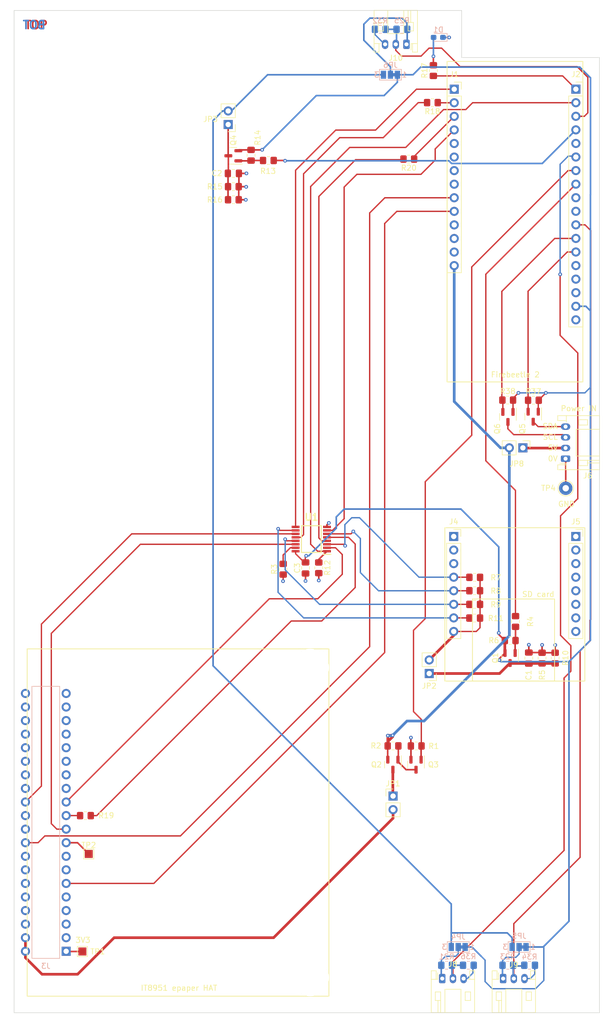
<source format=kicad_pcb>
(kicad_pcb (version 20221018) (generator pcbnew)
  (layers (0 "F.Cu" signal "Layer1_Sig.Cu") (1 "In1.Cu" signal "Layer2_GND.Cu") (2 "In2.Cu" signal "Layer3_GND_PWR.Cu") (31 "B.Cu" signal "Layer4_Sig.Cu") (34 "B.Paste" user) (35 "F.Paste" user) (36 "B.SilkS" user "B.Silkscreen") (37 "F.SilkS" user "F.Silkscreen") (38 "B.Mask" user) (39 "F.Mask" user) (44 "Edge.Cuts" user))
  (net 0 "")
  (net 1 "Net-(J1-Pin_2)")
  (net 2 "+5V")
  (net 3 "/SDA")
  (net 4 "/SCL")
  (net 6 "GND")
  (net 8 "+3.3V")
  (net 9 "/P4_free")
  (net 10 "/P_TX_free")
  (net 11 "/P_RX_free")
  (net 12 "/P18_free")
  (net 13 "/P27_free")
  (net 14 "/P22_free")
  (net 15 "/P23_free")
  (net 16 "/P25_free")
  (net 17 "/P_CS1_free")
  (net 18 "/ID_SD")
  (net 19 "/ID_SC_free")
  (net 20 "/P5_free")
  (net 21 "/P6_free")
  (net 22 "/P12_free")
  (net 23 "/P13_free")
  (net 24 "/P19_free")
  (net 25 "/P16_free")
  (net 26 "/P26_free")
  (net 27 "/P20_free")
  (net 28 "/P21_free")
  (net 32 "/SPI_CS")
  (net 33 "/DVP_Y5")
  (net 41 "/DVP_PCLK")
  (net 42 "/VSYNC")
  (net 43 "/ESP_RST#")
  (net 44 "Net-(J3-Pin_1)")
  (net 45 "+5VD")
  (net 46 "+3.3VA")
  (net 47 "Net-(JP3-A)")
  (net 48 "+3.3VP")
  (net 49 "Net-(JP1-A)")
  (net 50 "Net-(JP2-A)")
  (net 51 "Net-(Q1-G)")
  (net 52 "Net-(Q2-G)")
  (net 53 "/DVP_Y7")
  (net 54 "/DISP_HRDY")
  (net 55 "Net-(Q4-G)")
  (net 56 "Net-(J8-Pin_1)")
  (net 57 "Net-(J9-Pin_1)")
  (net 58 "Net-(J10-Pin_1)")
  (net 59 "Net-(D1-A)")
  (net 60 "/DISP_RST")
  (net 61 "/D-")
  (net 62 "/D+")
  (net 63 "Net-(J6-Pin_2)")
  (net 64 "/DVP_Y6")
  (net 65 "Net-(J3-Pin_21)")
  (net 66 "/CAM_SDA")
  (net 67 "Net-(J3-Pin_17)")
  (net 68 "/CAM_SCL")
  (net 69 "/DISP_MOSI")
  (net 70 "/DISP_SCK")
  (net 71 "/SD_D5_SCK")
  (net 72 "/SD_D6_MISO")
  (net 73 "/SD_D7_MOSI")
  (net 74 "/SD_D8_CS")
  (net 75 "/SPI_SCK")
  (net 76 "/DISP_MISO")
  (net 77 "/SPI_MOSI")
  (net 78 "/DISP_CS")
  (net 79 "/BATT_SCL")
  (net 80 "/BATT_SDA")
  (net 81 "/DISP_SDA")
  (net 82 "/DISP_SCL")
  (net 83 "/SPI_MISO")
  (net 85 "Net-(U1-~{EN})")
  (net 86 "/SW_DISP_SD")
  (net 87 "/LED")
  (net 88 "Net-(J1-Pin_3)")
  (net 89 "/HALL_TOP")
  (net 90 "/EN_PWR_HALL")
  (net 91 "/EN_PWR_DISP")
  (net 92 "/EN_PWR_SD")
  (net 93 "/HALL_LEFT")
  (net 94 "/HALL_RIGHT")
  (footprint "Capacitor_SMD:C_0805_2012Metric_Pad1.18x1.45mm_HandSolder" (layer "F.Cu") (at 187.45 80.29)
    (fp_text reference "C2")
    (fp_text value "1u")
  )
  (footprint "Resistor_SMD:R_0805_2012Metric_Pad1.20x1.40mm_HandSolder" (layer "F.Cu") (at 187.45 85.22)
    (fp_text reference "R16")
    (fp_text value "DNP")
  )
  (footprint "Package_TO_SOT_SMD:SOT-23" (layer "F.Cu") (at 217.32 190.9575 -90)
    (fp_text reference "Q2")
    (fp_text value "BSH205G2AR")
  )
  (footprint "Resistor_SMD:R_0805_2012Metric_Pad1.20x1.40mm_HandSolder" (layer "F.Cu") (at 232.64 163.52)
    (fp_text reference "R11")
    (fp_text value "10k")
  )
  (footprint "Resistor_SMD:R_0805_2012Metric_Pad1.20x1.40mm_HandSolder" (layer "F.Cu") (at 190.7625 76.89 -90)
    (fp_text reference "R14")
    (fp_text value "10k")
  )
  (footprint "Resistor_SMD:R_0805_2012Metric_Pad1.20x1.40mm_HandSolder" (layer "F.Cu") (at 203.44 154.11 90)
    (fp_text reference "R12")
    (fp_text value "100k")
  )
  (footprint "Connector_PinHeader_2.54mm:PinHeader_1x02_P2.54mm_Vertical" (layer "F.Cu") (at 224.12 173.9 180)
    (fp_text reference "JP2")
    (fp_text value "Jumper_2_Open")
  )
  (footprint "Connector_JST:JST_PH_S3B-PH-K_1x03_P2.00mm_Horizontal" (layer "F.Cu") (at 219.86 56.13 180)
    (fp_text reference "J10")
    (fp_text value "JST-PH RM2")
  )
  (footprint "Capacitor_SMD:C_0805_2012Metric_Pad1.18x1.45mm_HandSolder" (layer "F.Cu") (at 242.77 171.01 90)
    (fp_text reference "C1")
    (fp_text value "4u7")
  )
  (footprint "Package_TO_SOT_SMD:SOT-23" (layer "F.Cu") (at 187.45 76.99 180)
    (fp_text reference "Q4")
    (fp_text value "BSH205G2AR")
  )
  (footprint "MountingHole:MountingHole_2.7mm_M2.5_DIN965" (layer "F.Cu") (at 201.84 230.79)
    (fp_text reference "H2" hide)
    (fp_text value "MountingHole")
  )
  (footprint "MountingHole:MountingHole_2.7mm_M2.5_DIN965" (layer "F.Cu") (at 201.84 172.79)
    (fp_text reference "H4" hide)
    (fp_text value "MountingHole")
  )
  (footprint "Resistor_SMD:R_0805_2012Metric_Pad1.20x1.40mm_HandSolder" (layer "F.Cu") (at 217.34 187.45)
    (fp_text reference "R2")
    (fp_text value "10k")
  )
  (footprint "Resistor_SMD:R_0805_2012Metric_Pad1.20x1.40mm_HandSolder" (layer "F.Cu") (at 224.72 67.04 180)
    (fp_text reference "R18")
    (fp_text value "0R")
  )
  (footprint "TestPoint:TestPoint_Pad_1.5x1.5mm" (layer "F.Cu") (at 160.37 207.67)
    (fp_text reference "TP2")
    (fp_text value "TestPoint")
  )
  (footprint "Resistor_SMD:R_0805_2012Metric_Pad1.20x1.40mm_HandSolder" (layer "F.Cu") (at 221.68 187.46 180)
    (fp_text reference "R1")
    (fp_text value "10k")
  )
  (footprint "footprints:SOP65P640X120-16N" (layer "F.Cu") (at 202.038 148.735 180)
    (fp_text reference "U1")
    (fp_text value "TS3A5018PW" hide)
  )
  (footprint "Connector_PinHeader_2.54mm:PinHeader_1x02_P2.54mm_Vertical" (layer "F.Cu") (at 186.4775 71.14 180)
    (fp_text reference "JP3")
    (fp_text value "Jumper_2_Open")
  )
  (footprint "Connector_PinSocket_2.54mm:PinSocket_1x08_P2.54mm_Vertical" (layer "F.Cu") (at 228.71 148.25)
    (fp_text reference "J4")
    (fp_text value "Conn_01x08_Socket")
  )
  (footprint "Connector_PinSocket_2.54mm:PinSocket_1x14_P2.54mm_Vertical" (layer "F.Cu") (at 228.8 64.53)
    (fp_text reference "J1")
    (fp_text value "Conn_01x14_Socket")
  )
  (footprint "Connector_JST:JST_PH_S4B-PH-K_1x04_P2.00mm_Horizontal" (layer "F.Cu") (at 249.65 133.69 90)
    (fp_text reference "J6")
    (fp_text value "JST-PH RM2")
  )
  (footprint "Resistor_SMD:R_0805_2012Metric_Pad1.20x1.40mm_HandSolder" (layer "F.Cu") (at 196.77 154.38 90)
    (fp_text reference "R3")
    (fp_text value "0R")
  )
  (footprint "Package_TO_SOT_SMD:SOT-23" (layer "F.Cu") (at 238.86 125.8725 -90)
    (fp_text reference "Q6")
    (fp_text value "BSS138")
  )
  (footprint "Connector_JST:JST_PH_S3B-PH-K_1x03_P2.00mm_Horizontal" (layer "F.Cu") (at 237.96 231)
    (fp_text reference "J9")
    (fp_text value "JST-PH RM2")
  )
  (footprint "Resistor_SMD:R_0805_2012Metric_Pad1.20x1.40mm_HandSolder" (layer "F.Cu") (at 239.28 167.73)
    (fp_text reference "R6")
    (fp_text value "10k")
  )
  (footprint "Resistor_SMD:R_0805_2012Metric_Pad1.20x1.40mm_HandSolder" (layer "F.Cu") (at 194.0025 77.87 180)
    (fp_text reference "R13")
    (fp_text value "10R")
  )
  (footprint "Resistor_SMD:R_0805_2012Metric_Pad1.20x1.40mm_HandSolder" (layer "F.Cu") (at 224.9 61.04 90)
    (fp_text reference "R17")
    (fp_text value "10k")
  )
  (footprint "Resistor_SMD:R_0805_2012Metric_Pad1.20x1.40mm_HandSolder" (layer "F.Cu") (at 232.64 160.96)
    (fp_text reference "R9")
    (fp_text value "10k")
  )
  (footprint "Capacitor_SMD:C_0805_2012Metric_Pad1.18x1.45mm_HandSolder" (layer "F.Cu") (at 200.96 154.14 -90)
    (fp_text reference "C3")
    (fp_text value "100n")
  )
  (footprint "Package_TO_SOT_SMD:SOT-23" (layer "F.Cu") (at 221.65 190.9625 -90)
    (fp_text reference "Q3")
    (fp_text value "SI2366DS-T1-BE3")
  )
  (footprint "Package_TO_SOT_SMD:SOT-23" (layer "F.Cu") (at 239.26 170.9975 -90)
    (fp_text reference "Q1")
    (fp_text value "BSH205G2AR")
  )
  (footprint "Resistor_SMD:R_0805_2012Metric_Pad1.20x1.40mm_HandSolder" (layer "F.Cu") (at 232.64 158.4)
    (fp_text reference "R8")
    (fp_text value "10k")
  )
  (footprint "TestPoint:TestPoint_Pad_1.5x1.5mm" (layer "F.Cu") (at 159.18 225.93)
    (fp_text reference "TP1")
    (fp_text value "TestPoint")
  )
  (footprint "Connector_PinHeader_2.54mm:PinHeader_1x02_P2.54mm_Vertical" (layer "F.Cu") (at 241.66 131.66 -90)
    (fp_text reference "JP8")
    (fp_text value "Jumper_2_Open")
  )
  (footprint "Resistor_SMD:R_0805_2012Metric_Pad1.20x1.40mm_HandSolder" (layer "F.Cu") (at 220.3 77.61 180)
    (fp_text reference "R20")
    (fp_text value "0R")
  )
  (footprint "Resistor_SMD:R_0805_2012Metric_Pad1.20x1.40mm_HandSolder" (layer "F.Cu") (at 232.64 155.9)
    (fp_text reference "R7")
    (fp_text value "10k")
  )
  (footprint "Connector_PinSocket_2.54mm:PinSocket_1x18_P2.54mm_Vertical" (layer "F.Cu") (at 251.58 64.52)
    (fp_text reference "J2")
    (fp_text value "Conn_01x18_Socket")
  )
  (footprint "Package_TO_SOT_SMD:SOT-23" (layer "F.Cu") (at 243.59 125.8275 -90)
    (fp_text reference "Q5")
    (fp_text value "BSS138")
  )
  (footprint "Connector_JST:JST_PH_S3B-PH-K_1x03_P2.00mm_Horizontal" (layer "F.Cu") (at 226.56 231)
    (fp_text reference "J8")
    (fp_text value "JST-PH RM2")
  )
  (footprint "Resistor_SMD:R_0805_2012Metric_Pad1.20x1.40mm_HandSolder" (layer "F.Cu") (at 247.7 171.01 90)
    (fp_text reference "R10")
    (fp_text value "1k")
  )
  (footprint "Resistor_SMD:R_0805_2012Metric_Pad1.20x1.40mm_HandSolder" (layer "F.Cu") (at 240.28 164.16 -90)
    (fp_text reference "R4")
    (fp_text value "10R")
  )
  (footprint "Resistor_SMD:R_0805_2012Metric_Pad1.20x1.40mm_HandSolder" (layer "F.Cu") (at 187.45 82.77)
    (fp_text reference "R15")
    (fp_text value "1k")
  )
  (footprint "Connector_PinHeader_2.54mm:PinHeader_1x02_P2.54mm_Vertical" (layer "F.Cu") (at 217.35 196.84)
    (fp_text reference "JP1")
    (fp_text value "Jumper_2_Open")
  )
  (footprint "Resistor_SMD:R_0805_2012Metric_Pad1.20x1.40mm_HandSolder" (layer "F.Cu") (at 243.63 122.75)
    (fp_text reference "R37")
    (fp_text value "10k")
  )
  (footprint "TestPoint:TestPoint_THTPad_D2.5mm_Drill1.2mm" (layer "F.Cu") (at 249.68 139.22)
    (fp_text reference "TP4")
    (fp_text value "TestPoint")
  )
  (footprint "Resistor_SMD:R_0805_2012Metric_Pad1.20x1.40mm_HandSolder" (layer "F.Cu") (at 245.25 171.01 90)
    (fp_text reference "R5")
    (fp_text value "DNP")
  )
  (footprint "Resistor_SMD:R_0805_2012Metric_Pad1.20x1.40mm_HandSolder" (layer "F.Cu") (at 238.82 122.72)
    (fp_text reference "R38")
    (fp_text value "10k")
  )
  (footprint "Connector_PinSocket_2.54mm:PinSocket_1x08_P2.54mm_Vertical" (layer "F.Cu") (at 251.57 148.25)
    (fp_text reference "J5")
    (fp_text value "Conn_01x08_Socket")
  )
  (footprint "Resistor_SMD:R_0805_2012Metric_Pad1.20x1.40mm_HandSolder" (layer "F.Cu") (at 159.75 200.5 180)
    (fp_text reference "R19")
    (fp_text value "0R")
  )
  (footprint "Resistor_SMD:R_0805_2012Metric_Pad1.20x1.40mm_HandSolder" (layer "B.Cu") (at 242.92 228.51 180)
    (fp_text reference "R34")
    (fp_text value "DNP")
  )
  (footprint "Resistor_SMD:R_0805_2012Metric_Pad1.20x1.40mm_HandSolder" (layer "B.Cu") (at 227.38 228.51)
    (fp_text reference "R21")
    (fp_text value "DNP")
  )
  (footprint "footprints:bkl_10122235" (layer "B.Cu") (at 153.6 225.89)
    (fp_text reference "J3")
    (fp_text value "Conn_02x20_Odd_Even")
  )
  (footprint "Jumper:SolderJumper-3_P1.3mm_Bridged12_Pad1.0x1.5mm_NumberLabels" (layer "B.Cu") (at 240.95 225.09 180)
    (fp_text reference "JP5")
    (fp_text value "SolderJumper_3_Bridged12")
  )
  (footprint "Jumper:SolderJumper-3_P1.3mm_Bridged12_Pad1.0x1.5mm_NumberLabels" (layer "B.Cu") (at 216.86 61.82 180)
    (fp_text reference "JP6")
    (fp_text value "SolderJumper_3_Bridged12")
  )
  (footprint "Resistor_SMD:R_0805_2012Metric_Pad1.20x1.40mm_HandSolder" (layer "B.Cu") (at 219 53.32 180)
    (fp_text reference "R25")
    (fp_text value "DNP")
  )
  (footprint "Jumper:SolderJumper-3_P1.3mm_Bridged12_Pad1.0x1.5mm_NumberLabels" (layer "B.Cu") (at 229.55 225.09 180)
    (fp_text reference "JP4")
    (fp_text value "SolderJumper_3_Bridged12")
  )
  (footprint "LED_SMD:LED_0603_1608Metric_Pad1.05x0.95mm_HandSolder" (layer "B.Cu") (at 225.8125 54.83 180)
    (fp_text reference "D1")
    (fp_text value "LED")
  )
  (footprint "Resistor_SMD:R_0805_2012Metric_Pad1.20x1.40mm_HandSolder" (layer "B.Cu") (at 231.45 228.51 180)
    (fp_text reference "R36")
    (fp_text value "DNP")
  )
  (footprint "Resistor_SMD:R_0805_2012Metric_Pad1.20x1.40mm_HandSolder" (layer "B.Cu") (at 238.84 228.51)
    (fp_text reference "R23")
    (fp_text value "DNP")
  )
  (footprint "Resistor_SMD:R_0805_2012Metric_Pad1.20x1.40mm_HandSolder" (layer "B.Cu") (at 214.96 53.32)
    (fp_text reference "R32")
    (fp_text value "DNP")
  )
  (gr_rect (start 148.84 169.29) (end 205.34 234.3) (stroke (width 0.15)) (fill none) (layer "F.SilkS"))
  (gr_rect (start 227.05 146.61) (end 253.26 175.32) (stroke (width 0.15)) (fill none) (layer "F.SilkS"))
  (gr_rect (start 227.46 59.33) (end 252.89 119.32) (stroke (width 0.15)) (fill none) (layer "F.SilkS"))
  (gr_rect (start 232.22 159.95) (end 247.59 175.32) (stroke (width 0.15)) (fill none) (layer "F.SilkS"))
  (gr_line (start 146.39 237.39) (end 255.99 237.39) (stroke (width 0.1)) (layer "Edge.Cuts"))
  (gr_line (start 146.39 49.79) (end 230.19 49.79) (stroke (width 0.1)) (layer "Edge.Cuts"))
  (gr_line (start 255.99 237.39) (end 255.99 58.6) (stroke (width 0.1)) (layer "Edge.Cuts"))
  (gr_line (start 230.19 49.79) (end 230.19 58.6) (stroke (width 0.1)) (layer "Edge.Cuts"))
  (gr_line (start 146.39 237.39) (end 146.39 49.79) (stroke (width 0.1)) (layer "Edge.Cuts"))
  (gr_line (start 230.19 58.6) (end 255.99 58.6) (stroke (width 0.1)) (layer "Edge.Cuts"))
  (gr_text "TOP" (at 148.25 53.38) (layer "F.Cu") (effects (font (size 1.5 1.5) (thickness 0.3) bold) (justify left bottom)))
  (gr_text "BOT" (at 152.46 53.38) (layer "B.Cu") (effects (font (size 1.5 1.5) (thickness 0.3) bold) (justify left bottom mirror)))
  (gr_text "5V" (at 246.262857 132.246666) (layer "F.SilkS") (effects (font (size 1 1)) (justify left bottom)))
  (gr_text "IT8951 epaper HAT" (at 170.03 233.35) (layer "F.SilkS") (effects (font (size 1 1)) (justify left bottom)))
  (gr_text "3V3" (at 157.81 224.38) (layer "F.SilkS") (effects (font (size 1 1)) (justify left bottom)))
  (gr_text "Power IN" (at 248.67 124.87) (layer "F.SilkS") (effects (font (size 1 1)) (justify left bottom)))
  (gr_text "0V" (at 246.262857 134.27) (layer "F.SilkS") (effects (font (size 1 1)) (justify left bottom)))
  (gr_text "SDA" (at 245.262857 128.2) (layer "F.SilkS") (effects (font (size 1 1)) (justify left bottom)))
  (gr_text "SD card" (at 241.44 159.65) (layer "F.SilkS") (effects (font (size 1 1)) (justify left bottom)))
  (gr_text "GND" (at 248.18 142.76) (layer "F.SilkS") (effects (font (size 1 1)) (justify left bottom)))
  (gr_text "SCL" (at 245.310476 130.223333) (layer "F.SilkS") (effects (font (size 1 1)) (justify left bottom)))
  (gr_text "Firebeetle 2" (at 235.59238 118.54) (layer "F.SilkS") (effects (font (size 1 1)) (justify left bottom)))
  (segment (start 228.8 67.07) (end 225.75 67.07) (width 0.25) (layer "F.Cu") (net 1))
  (segment (start 225.75 67.07) (end 225.72 67.04) (width 0.25) (layer "F.Cu") (net 1))
  (segment (start 216.34 189.99) (end 216.37 190.02) (width 0.3) (layer "F.Cu") (net 2))
  (segment (start 216.37 186.64) (end 216.37 187.42) (width 0.5) (layer "F.Cu") (net 2))
  (segment (start 217.27 185.48) (end 217.27 185.74) (width 0.5) (layer "F.Cu") (net 2))
  (segment (start 217.27 185.74) (end 216.37 186.64) (width 0.5) (layer "F.Cu") (net 2))
  (segment (start 216.37 185.53) (end 216.37 186.64) (width 0.5) (layer "F.Cu") (net 2))
  (segment (start 217.27 185.48) (end 216.42 185.48) (width 0.5) (layer "F.Cu") (net 2))
  (segment (start 216.34 187.45) (end 216.34 189.99) (width 0.3) (layer "F.Cu") (net 2))
  (segment (start 216.42 185.48) (end 216.37 185.53) (width 0.5) (layer "F.Cu") (net 2))
  (via (at 216.37 185.53) (size 0.7) (drill 0.3) (layers "F.Cu" "B.Cu") (net 2))
  (via (at 217.27 185.48) (size 0.7) (drill 0.3) (layers "F.Cu" "B.Cu") (net 2))
  (segment (start 239.12 131.66) (end 239.12 166.84) (width 0.5) (layer "B.Cu") (net 2))
  (segment (start 239.12 166.84) (end 223.17 182.79) (width 0.5) (layer "B.Cu") (net 2))
  (segment (start 217.58 185.17) (end 217.27 185.48) (width 0.5) (layer "B.Cu") (net 2))
  (segment (start 219.96 182.79) (end 217.58 185.17) (width 0.5) (layer "B.Cu") (net 2))
  (segment (start 217.58 185.17) (end 217.22 185.53) (width 0.5) (layer "B.Cu") (net 2))
  (segment (start 223.17 182.79) (end 219.96 182.79) (width 0.5) (layer "B.Cu") (net 2))
  (segment (start 217.22 185.53) (end 216.37 185.53) (width 0.5) (layer "B.Cu") (net 2))
  (segment (start 237.47 131.66) (end 228.8 122.99) (width 0.5) (layer "B.Cu") (net 2))
  (segment (start 239.12 131.66) (end 237.47 131.66) (width 0.5) (layer "B.Cu") (net 2))
  (segment (start 228.8 122.99) (end 228.8 97.55) (width 0.5) (layer "B.Cu") (net 2))
  (segment (start 244.515 127.69) (end 249.65 127.69) (width 0.25) (layer "F.Cu") (net 3))
  (segment (start 243.59 126.765) (end 244.515 127.69) (width 0.25) (layer "F.Cu") (net 3))
  (segment (start 249.15 129.19) (end 239.94 129.19) (width 0.25) (layer "F.Cu") (net 4))
  (segment (start 249.65 129.69) (end 249.15 129.19) (width 0.25) (layer "F.Cu") (net 4))
  (segment (start 239.94 129.19) (end 238.85 128.1) (width 0.25) (layer "F.Cu") (net 4))
  (segment (start 238.85 128.1) (end 238.85 126.82) (width 0.25) (layer "F.Cu") (net 4))
  (segment (start 238.85 126.82) (end 238.86 126.81) (width 0.25) (layer "F.Cu") (net 4))
  (segment (start 188.45 82.77) (end 189.8125 82.77) (width 0.3) (layer "F.Cu") (net 6))
  (segment (start 203.44 155.11) (end 203.44 156.48) (width 0.3) (layer "F.Cu") (net 6))
  (segment (start 245.2125 169.9725) (end 245.25 170.01) (width 0.3) (layer "F.Cu") (net 6))
  (segment (start 242.77 169.9725) (end 242.77 168.52) (width 0.3) (layer "F.Cu") (net 6))
  (segment (start 196.77 156.59) (end 196.75 156.61) (width 0.25) (layer "F.Cu") (net 6))
  (segment (start 188.4875 80.29) (end 188.4875 82.7325) (width 0.3) (layer "F.Cu") (net 6))
  (segment (start 189.7625 85.22) (end 189.7725 85.23) (width 0.3) (layer "F.Cu") (net 6))
  (segment (start 247.7 170.01) (end 245.25 170.01) (width 0.3) (layer "F.Cu") (net 6))
  (segment (start 188.4875 82.7325) (end 188.45 82.77) (width 0.3) (layer "F.Cu") (net 6))
  (segment (start 204.976 146.064) (end 205.32 145.72) (width 0.3) (layer "F.Cu") (net 6))
  (segment (start 220.68 185.91) (end 220.69 185.9) (width 0.3) (layer "F.Cu") (net 6))
  (segment (start 188.45 82.77) (end 188.45 85.22) (width 0.3) (layer "F.Cu") (net 6))
  (segment (start 249.65 133.7) (end 249.68 133.73) (width 0.3) (layer "F.Cu") (net 6))
  (segment (start 200.96 155.1775) (end 200.96 156.58) (width 0.3) (layer "F.Cu") (net 6))
  (segment (start 189.8125 82.77) (end 189.8425 82.8) (width 0.3) (layer "F.Cu") (net 6))
  (segment (start 220.7 187.48) (end 220.68 187.46) (width 0.3) (layer "F.Cu") (net 6))
  (segment (start 188.45 85.22) (end 189.7625 85.22) (width 0.3) (layer "F.Cu") (net 6))
  (segment (start 245.25 168.56) (end 245.26 168.55) (width 0.3) (layer "F.Cu") (net 6))
  (segment (start 188.4875 80.29) (end 189.8925 80.29) (width 0.3) (layer "F.Cu") (net 6))
  (segment (start 245.25 170.01) (end 245.25 168.56) (width 0.3) (layer "F.Cu") (net 6))
  (segment (start 196.77 155.38) (end 196.77 156.59) (width 0.25) (layer "F.Cu") (net 6))
  (segment (start 242.77 169.9725) (end 245.2125 169.9725) (width 0.3) (layer "F.Cu") (net 6))
  (segment (start 249.68 133.73) (end 249.68 139.22) (width 0.3) (layer "F.Cu") (net 6))
  (segment (start 220.7 190.025) (end 220.7 187.48) (width 0.3) (layer "F.Cu") (net 6))
  (segment (start 220.68 187.46) (end 220.68 185.91) (width 0.3) (layer "F.Cu") (net 6))
  (segment (start 247.7 170.01) (end 247.7 168.59) (width 0.3) (layer "F.Cu") (net 6))
  (segment (start 204.976 146.46) (end 204.976 146.064) (width 0.3) (layer "F.Cu") (net 6))
  (segment (start 247.7 168.59) (end 247.72 168.57) (width 0.3) (layer "F.Cu") (net 6))
  (via (at 205.32 145.72) (size 0.7) (drill 0.3) (layers "F.Cu" "B.Cu") (net 6))
  (via (at 245.26 168.55) (size 0.7) (drill 0.3) (layers "F.Cu" "B.Cu") (net 6))
  (via (at 220.69 185.9) (size 0.7) (drill 0.3) (layers "F.Cu" "B.Cu") (net 6))
  (via (at 227.85 54.84) (size 0.7) (drill 0.3) (layers "F.Cu" "B.Cu") (net 6))
  (via (at 196.75 156.61) (size 0.7) (drill 0.3) (layers "F.Cu" "B.Cu") (net 6))
  (via (at 189.8425 82.8) (size 0.7) (drill 0.3) (layers "F.Cu" "B.Cu") (net 6))
  (via (at 189.7725 85.23) (size 0.7) (drill 0.3) (layers "F.Cu" "B.Cu") (net 6))
  (via (at 247.72 168.57) (size 0.7) (drill 0.3) (layers "F.Cu" "B.Cu") (net 6))
  (via (at 200.96 156.58) (size 0.7) (drill 0.3) (layers "F.Cu" "B.Cu") (net 6))
  (via (at 242.77 168.52) (size 0.7) (drill 0.3) (layers "F.Cu" "B.Cu") (net 6))
  (via (at 189.8925 80.29) (size 0.7) (drill 0.3) (layers "F.Cu" "B.Cu") (net 6))
  (via (at 203.44 156.48) (size 0.7) (drill 0.3) (layers "F.Cu" "B.Cu") (net 6))
  (segment (start 226.6975 54.84) (end 226.6875 54.83) (width 0.3) (layer "B.Cu") (net 6))
  (segment (start 231.26 231) (end 232.3 229.96) (width 0.25) (layer "B.Cu") (net 6))
  (segment (start 230.56 231) (end 231.26 231) (width 0.25) (layer "B.Cu") (net 6))
  (segment (start 232.3 228.66) (end 232.45 228.51) (width 0.25) (layer "B.Cu") (net 6))
  (segment (start 227.85 54.84) (end 226.6975 54.84) (width 0.3) (layer "B.Cu") (net 6))
  (segment (start 241.96 231) (end 243.05 231) (width 0.25) (layer "B.Cu") (net 6))
  (segment (start 215.79 56.13) (end 215.86 56.13) (width 0.25) (layer "B.Cu") (net 6))
  (segment (start 232.3 229.96) (end 232.3 228.66) (width 0.25) (layer "B.Cu") (net 6))
  (segment (start 213.96 53.32) (end 213.96 54.3) (width 0.25) (layer "B.Cu") (net 6))
  (segment (start 243.88 230.17) (end 243.88 228.55) (width 0.25) (layer "B.Cu") (net 6))
  (segment (start 243.88 228.55) (end 243.92 228.51) (width 0.25) (layer "B.Cu") (net 6))
  (segment (start 243.05 231) (end 243.88 230.17) (width 0.25) (layer "B.Cu") (net 6))
  (segment (start 213.96 54.3) (end 215.79 56.13) (width 0.25) (layer "B.Cu") (net 6))
  (segment (start 239.81 124.935) (end 239.81 122.73) (width 0.25) (layer "F.Cu") (net 8))
  (segment (start 200.9125 153.29) (end 200.9125 152.0475) (width 0.25) (layer "F.Cu") (net 8))
  (segment (start 244.54 124.89) (end 244.54 122.84) (width 0.25) (layer "F.Cu") (net 8))
  (segment (start 237.26 171.11) (end 238.31 170.06) (width 0.3) (layer "F.Cu") (net 8))
  (segment (start 238.28 170.03) (end 238.31 170.06) (width 0.5) (layer "F.Cu") (net 8))
  (segment (start 199.1 151.4775) (end 200.9125 153.29) (width 0.25) (layer "F.Cu") (net 8))
  (segment (start 244.54 122.84) (end 244.63 122.75) (width 0.25) (layer "F.Cu") (net 8))
  (segment (start 237.14 166.3) (end 237.14 166.59) (width 0.3) (layer "F.Cu") (net 8))
  (segment (start 237.26 171.39) (end 237.26 171.11) (width 0.3) (layer "F.Cu") (net 8))
  (segment (start 190.7625 75.89) (end 188.5375 75.89) (width 0.3) (layer "F.Cu") (net 8))
  (segment (start 244.63 122.75) (end 244.63 122.7) (width 0.25) (layer "F.Cu") (net 8))
  (segment (start 239.82 122.38) (end 240.83 121.37) (width 0.25) (layer "F.Cu") (net 8))
  (segment (start 188.5375 75.89) (end 188.3875 76.04) (width 0.3) (layer "F.Cu") (net 8))
  (segment (start 192.8125 75.89) (end 192.8325 75.87) (width 0.3) (layer "F.Cu") (net 8))
  (segment (start 190.7625 75.89) (end 192.8125 75.89) (width 0.3) (layer "F.Cu") (net 8))
  (segment (start 200.9125 152.0475) (end 201.09 151.87) (width 0.25) (layer "F.Cu") (net 8))
  (segment (start 238.28 167.73) (end 238.28 170.03) (width 0.5) (layer "F.Cu") (net 8))
  (segment (start 239.82 122.72) (end 239.82 122.38) (width 0.25) (layer "F.Cu") (net 8))
  (segment (start 239.81 122.73) (end 239.82 122.72) (width 0.25) (layer "F.Cu") (net 8))
  (segment (start 199.1 151.01) (end 199.1 151.4775) (width 0.25) (layer "F.Cu") (net 8))
  (segment (start 237.14 166.59) (end 238.28 167.73) (width 0.3) (layer "F.Cu") (net 8))
  (segment (start 244.63 122.7) (end 245.96 121.37) (width 0.25) (layer "F.Cu") (net 8))
  (via (at 201.09 151.87) (size 0.7) (drill 0.3) (layers "F.Cu" "B.Cu") (net 8))
  (via (at 240.83 121.37) (size 0.7) (drill 0.3) (layers "F.Cu" "B.Cu") (net 8))
  (via (at 192.8325 75.87) (size 0.7) (drill 0.3) (layers "F.Cu" "B.Cu") (net 8))
  (via (at 237.14 166.3) (size 0.7) (drill 0.3) (layers "F.Cu" "B.Cu") (net 8))
  (via (at 245.96 121.37) (size 0.7) (drill 0.3) (layers "F.Cu" "B.Cu") (net 8))
  (via (at 237.26 171.39) (size 0.7) (drill 0.3) (layers "F.Cu" "B.Cu") (net 8))
  (segment (start 215.67 65.72) (end 218.16 63.23) (width 0.3) (layer "B.Cu") (net 8))
  (segment (start 230.85 225.09) (end 232.12 225.09) (width 0.3) (layer "B.Cu") (net 8))
  (segment (start 245.58 231.35) (end 245.58 224.97) (width 0.25) (layer "B.Cu") (net 8))
  (segment (start 254.31 84.292943) (end 254.32 84.282943) (width 0.3) (layer "B.Cu") (net 8))
  (segment (start 254.32 84.282943) (end 254.32 62.4) (width 0.3) (layer "B.Cu") (net 8))
  (segment (start 218.16 63.23) (end 218.16 61.82) (width 0.3) (layer "B.Cu") (net 8))
  (segment (start 253.45 105.16) (end 251.58 105.16) (width 0.3) (layer "B.Cu") (net 8))
  (segment (start 237.14 150.2) (end 230.06 143.12) (width 0.3) (layer "B.Cu") (net 8))
  (segment (start 253.27 121.37) (end 254.31 120.33) (width 0.25) (layer "B.Cu") (net 8))
  (segment (start 245.96 121.37) (end 253.27 121.37) (width 0.25) (layer "B.Cu") (net 8))
  (segment (start 234.58 231.56) (end 235.92 232.9) (width 0.25) (layer "B.Cu") (net 8))
  (segment (start 250.29 220.26) (end 245.975 224.575) (width 0.3) (layer "B.Cu") (net 8))
  (segment (start 237.55 171.68) (end 237.26 171.39) (width 0.3) (layer "B.Cu") (net 8))
  (segment (start 252.31 60.39) (end 222.52 60.39) (width 0.3) (layer "B.Cu") (net 8))
  (segment (start 240.83 121.37) (end 245.96 121.37) (width 0.25) (layer "B.Cu") (net 8))
  (segment (start 254.31 106.02) (end 254.31 120.33) (width 0.3) (layer "B.Cu") (net 8))
  (segment (start 254.31 106.02) (end 253.45 105.16) (width 0.3) (layer "B.Cu") (net 8))
  (segment (start 245.46 225.09) (end 245.975 224.575) (width 0.3) (layer "B.Cu") (net 8))
  (segment (start 208.19 143.12) (end 206.72 144.59) (width 0.3) (layer "B.Cu") (net 8))
  (segment (start 206.72 144.59) (end 206.72 146.71) (width 0.3) (layer "B.Cu") (net 8))
  (segment (start 242.25 225.09) (end 245.46 225.09) (width 0.3) (layer "B.Cu") (net 8))
  (segment (start 221.09 61.82) (end 218.16 61.82) (width 0.3) (layer "B.Cu") (net 8))
  (segment (start 232.12 225.09) (end 233.87 226.84) (width 0.3) (layer "B.Cu") (net 8))
  (segment (start 222.52 60.39) (end 221.09 61.82) (width 0.3) (layer "B.Cu") (net 8))
  (segment (start 250.29 171.68) (end 250.29 220.26) (width 0.3) (layer "B.Cu") (net 8))
  (segment (start 244.03 232.9) (end 245.58 231.35) (width 0.25) (layer "B.Cu") (net 8))
  (segment (start 234.58 227.55) (end 234.58 231.56) (width 0.25) (layer "B.Cu") (net 8))
  (segment (start 250.29 171.68) (end 237.55 171.68) (width 0.3) (layer "B.Cu") (net 8))
  (segment (start 245.58 224.97) (end 245.975 224.575) (width 0.25) (layer "B.Cu") (net 8))
  (segment (start 202.9825 65.72) (end 215.67 65.72) (width 0.3) (layer "B.Cu") (net 8))
  (segment (start 201.56 151.87) (end 201.09 151.87) (width 0.3) (layer "B.Cu") (net 8))
  (segment (start 254.31 106.02) (end 254.31 84.292943) (width 0.3) (layer "B.Cu") (net 8))
  (segment (start 233.87 226.84) (end 234.58 227.55) (width 0.25) (layer "B.Cu") (net 8))
  (segment (start 230.06 143.12) (end 208.19 143.12) (width 0.3) (layer "B.Cu") (net 8))
  (segment (start 254.31 167.66) (end 250.29 171.68) (width 0.3) (layer "B.Cu") (net 8))
  (segment (start 206.72 146.71) (end 201.56 151.87) (width 0.3) (layer "B.Cu") (net 8))
  (segment (start 254.32 62.4) (end 252.31 60.39) (width 0.3) (layer "B.Cu") (net 8))
  (segment (start 192.8325 75.87) (end 202.9825 65.72) (width 0.3) (layer "B.Cu") (net 8))
  (segment (start 237.14 166.3) (end 237.14 150.2) (width 0.3) (layer "B.Cu") (net 8))
  (segment (start 254.31 120.33) (end 254.31 167.66) (width 0.3) (layer "B.Cu") (net 8))
  (segment (start 235.92 232.9) (end 244.03 232.9) (width 0.25) (layer "B.Cu") (net 8))
  (segment (start 206.62 72.18) (end 214.08 72.18) (width 0.25) (layer "F.Cu") (net 32))
  (segment (start 214.08 72.18) (end 221.73 64.53) (width 0.25) (layer "F.Cu") (net 32))
  (segment (start 221.73 64.53) (end 228.8 64.53) (width 0.25) (layer "F.Cu") (net 32))
  (segment (start 199.1 146.46) (end 199.1 79.7) (width 0.25) (layer "F.Cu") (net 32))
  (segment (start 199.1 79.7) (end 206.62 72.18) (width 0.25) (layer "F.Cu") (net 32))
  (segment (start 156.18 225.93) (end 156.14 225.89) (width 0.3) (layer "F.Cu") (net 44))
  (segment (start 159.18 225.93) (end 156.18 225.93) (width 0.3) (layer "F.Cu") (net 44))
  (segment (start 148.52 227.092081) (end 151.617919 230.19) (width 0.5) (layer "F.Cu") (net 45))
  (segment (start 148.52 227.092081) (end 148.52 223.35) (width 0.5) (layer "F.Cu") (net 45))
  (segment (start 158.28 230.19) (end 165.12 223.35) (width 0.5) (layer "F.Cu") (net 45))
  (segment (start 217.35 200.985) (end 217.35 199.38) (width 0.5) (layer "F.Cu") (net 45))
  (segment (start 151.617919 230.19) (end 158.28 230.19) (width 0.5) (layer "F.Cu") (net 45))
  (segment (start 194.985 223.35) (end 217.35 200.985) (width 0.5) (layer "F.Cu") (net 45))
  (segment (start 148.52 227.092081) (end 148.52 225.89) (width 0.5) (layer "F.Cu") (net 45))
  (segment (start 165.12 223.35) (end 194.985 223.35) (width 0.5) (layer "F.Cu") (net 45))
  (segment (start 232.93 166.03) (end 228.71 166.03) (width 0.25) (layer "F.Cu") (net 46))
  (segment (start 233.64 160.96) (end 233.64 163.52) (width 0.25) (layer "F.Cu") (net 46))
  (segment (start 228.71 166.77) (end 228.71 166.03) (width 0.5) (layer "F.Cu") (net 46))
  (segment (start 224.12 171.36) (end 228.71 166.77) (width 0.5) (layer "F.Cu") (net 46))
  (segment (start 233.64 155.9) (end 233.64 158.4) (width 0.25) (layer "F.Cu") (net 46))
  (segment (start 233.64 158.4) (end 233.64 160.96) (width 0.25) (layer "F.Cu") (net 46))
  (segment (start 233.63 163.53) (end 233.63 165.33) (width 0.25) (layer "F.Cu") (net 46))
  (segment (start 233.63 165.33) (end 232.93 166.03) (width 0.25) (layer "F.Cu") (net 46))
  (segment (start 233.64 163.52) (end 233.63 163.53) (width 0.25) (layer "F.Cu") (net 46))
  (segment (start 186.5125 76.99) (end 186.5125 80.19) (width 0.3) (layer "F.Cu") (net 47))
  (segment (start 186.45 80.3275) (end 186.4125 80.29) (width 0.3) (layer "F.Cu") (net 47))
  (segment (start 186.45 85.22) (end 186.45 80.3275) (width 0.3) (layer "F.Cu") (net 47))
  (segment (start 186.4775 76.955) (end 186.4775 71.14) (width 0.3) (layer "F.Cu") (net 47))
  (segment (start 186.5125 76.99) (end 186.4775 76.955) (width 0.3) (layer "F.Cu") (net 47))
  (segment (start 186.5125 80.19) (end 186.4125 80.29) (width 0.3) (layer "F.Cu") (net 47))
  (segment (start 187.08 68.6) (end 186.4775 68.6) (width 0.3) (layer "B.Cu") (net 48))
  (segment (start 215.56 61.82) (end 193.86 61.82) (width 0.3) (layer "B.Cu") (net 48))
  (segment (start 183.65 70.38) (end 185.43 68.6) (width 0.3) (layer "B.Cu") (net 48))
  (segment (start 238.74 222.45) (end 228.25 222.45) (width 0.3) (layer "B.Cu") (net 48))
  (segment (start 193.86 61.82) (end 187.08 68.6) (width 0.3) (layer "B.Cu") (net 48))
  (segment (start 239.65 223.36) (end 238.74 222.45) (width 0.3) (layer "B.Cu") (net 48))
  (segment (start 228.25 225.09) (end 228.25 222.45) (width 0.3) (layer "B.Cu") (net 48))
  (segment (start 185.43 68.6) (end 186.4775 68.6) (width 0.3) (layer "B.Cu") (net 48))
  (segment (start 239.65 225.09) (end 239.65 223.36) (width 0.3) (layer "B.Cu") (net 48))
  (segment (start 183.65 172.45) (end 183.65 70.38) (width 0.3) (layer "B.Cu") (net 48))
  (segment (start 228.25 222.45) (end 228.25 217.05) (width 0.3) (layer "B.Cu") (net 48))
  (segment (start 228.25 217.05) (end 183.65 172.45) (width 0.3) (layer "B.Cu") (net 48))
  (segment (start 217.32 191.895) (end 217.31 191.905) (width 0.5) (layer "F.Cu") (net 49))
  (segment (start 217.31 196.8) (end 217.35 196.84) (width 0.5) (layer "F.Cu") (net 49))
  (segment (start 217.31 191.905) (end 217.31 196.8) (width 0.5) (layer "F.Cu") (net 49))
  (segment (start 224.12 173.9) (end 237.295 173.9) (width 0.5) (layer "F.Cu") (net 50))
  (segment (start 247.7 172.01) (end 239.335 172.01) (width 0.5) (layer "F.Cu") (net 50))
  (segment (start 237.295 173.9) (end 239.26 171.935) (width 0.5) (layer "F.Cu") (net 50))
  (segment (start 239.335 172.01) (end 239.26 171.935) (width 0.5) (layer "F.Cu") (net 50))
  (segment (start 240.28 167.73) (end 240.28 165.16) (width 0.3) (layer "F.Cu") (net 51))
  (segment (start 240.21 167.8) (end 240.28 167.73) (width 0.3) (layer "F.Cu") (net 51))
  (segment (start 240.21 170.06) (end 240.21 167.8) (width 0.3) (layer "F.Cu") (net 51))
  (segment (start 218.27 190.02) (end 218.27 190.38) (width 0.3) (layer "F.Cu") (net 52))
  (segment (start 218.34 189.95) (end 218.27 190.02) (width 0.3) (layer "F.Cu") (net 52))
  (segment (start 218.27 190.38) (end 219.79 191.9) (width 0.3) (layer "F.Cu") (net 52))
  (segment (start 218.34 187.45) (end 218.34 189.95) (width 0.3) (layer "F.Cu") (net 52))
  (segment (start 219.79 191.9) (end 221.65 191.9) (width 0.3) (layer "F.Cu") (net 52))
  (segment (start 150.88 205.57) (end 152.15 204.3) (width 0.25) (layer "F.Cu") (net 54))
  (segment (start 212.97 168.87) (end 212.97 87.69) (width 0.25) (layer "F.Cu") (net 54))
  (segment (start 215.81 84.85) (end 228.8 84.85) (width 0.25) (layer "F.Cu") (net 54))
  (segment (start 148.52 205.57) (end 150.88 205.57) (width 0.25) (layer "F.Cu") (net 54))
  (segment (start 212.97 87.69) (end 215.81 84.85) (width 0.25) (layer "F.Cu") (net 54))
  (segment (start 152.15 204.3) (end 177.54 204.3) (width 0.25) (layer "F.Cu") (net 54))
  (segment (start 177.54 204.3) (end 212.97 168.87) (width 0.25) (layer "F.Cu") (net 54))
  (segment (start 190.7125 77.94) (end 190.7625 77.89) (width 0.3) (layer "F.Cu") (net 55))
  (segment (start 188.3875 77.94) (end 190.7125 77.94) (width 0.3) (layer "F.Cu") (net 55))
  (segment (start 190.7825 77.87) (end 190.7625 77.89) (width 0.3) (layer "F.Cu") (net 55))
  (segment (start 193.0025 77.87) (end 190.7825 77.87) (width 0.3) (layer "F.Cu") (net 55))
  (segment (start 226.38 228.51) (end 226.38 230.82) (width 0.3) (layer "B.Cu") (net 56))
  (segment (start 226.38 227.61) (end 227.16 226.83) (width 0.25) (layer "B.Cu") (net 56))
  (segment (start 227.16 226.83) (end 229.08 226.83) (width 0.25) (layer "B.Cu") (net 56))
  (segment (start 229.55 226.36) (end 229.55 225.09) (width 0.25) (layer "B.Cu") (net 56))
  (segment (start 229.08 226.83) (end 229.55 226.36) (width 0.25) (layer "B.Cu") (net 56))
  (segment (start 226.38 228.51) (end 226.38 227.61) (width 0.25) (layer "B.Cu") (net 56))
  (segment (start 238.49 227.02) (end 240.35 227.02) (width 0.25) (layer "B.Cu") (net 57))
  (segment (start 240.95 226.42) (end 240.95 225.09) (width 0.25) (layer "B.Cu") (net 57))
  (segment (start 237.84 228.51) (end 237.84 227.67) (width 0.25) (layer "B.Cu") (net 57))
  (segment (start 237.84 227.67) (end 238.49 227.02) (width 0.25) (layer "B.Cu") (net 57))
  (segment (start 240.35 227.02) (end 240.95 226.42) (width 0.25) (layer "B.Cu") (net 57))
  (segment (start 237.84 228.65) (end 237.84 231.11) (width 0.3) (layer "B.Cu") (net 57))
  (segment (start 211.88 55.37) (end 211.88 52.36) (width 0.3) (layer "B.Cu") (net 58))
  (segment (start 216.86 60.35) (end 211.88 55.37) (width 0.3) (layer "B.Cu") (net 58))
  (segment (start 220 53.32) (end 220 55.8) (width 0.3) (layer "B.Cu") (net 58))
  (segment (start 219.02 51.23) (end 219.95 52.16) (width 0.3) (layer "B.Cu") (net 58))
  (segment (start 220 55.8) (end 219.86 55.94) (width 0.3) (layer "B.Cu") (net 58))
  (segment (start 219.95 53.27) (end 220 53.32) (width 0.3) (layer "B.Cu") (net 58))
  (segment (start 216.86 61.82) (end 216.86 60.35) (width 0.3) (layer "B.Cu") (net 58))
  (segment (start 211.88 52.36) (end 213.01 51.23) (width 0.3) (layer "B.Cu") (net 58))
  (segment (start 219.95 52.16) (end 219.95 53.27) (width 0.3) (layer "B.Cu") (net 58))
  (segment (start 219.89 55.97) (end 219.86 55.94) (width 0.3) (layer "B.Cu") (net 58))
  (segment (start 213.01 51.23) (end 219.02 51.23) (width 0.3) (layer "B.Cu") (net 58))
  (segment (start 224.9 60.04) (end 224.9 58.38) (width 0.3) (layer "F.Cu") (net 59))
  (via (at 224.91 58.37) (size 0.7) (drill 0.3) (layers "F.Cu" "B.Cu") (net 59))
  (segment (start 224.91 54.8575) (end 224.9375 54.83) (width 0.3) (layer "B.Cu") (net 59))
  (segment (start 224.91 58.34) (end 224.91 54.8575) (width 0.3) (layer "B.Cu") (net 59))
  (segment (start 215.78 89.67) (end 218.06 87.39) (width 0.25) (layer "F.Cu") (net 60))
  (segment (start 156.14 213.19) (end 172.56 213.19) (width 0.25) (layer "F.Cu") (net 60))
  (segment (start 215.78 169.97) (end 215.78 89.67) (width 0.25) (layer "F.Cu") (net 60))
  (segment (start 172.56 213.19) (end 215.78 169.97) (width 0.25) (layer "F.Cu") (net 60))
  (segment (start 218.06 87.39) (end 228.8 87.39) (width 0.25) (layer "F.Cu") (net 60))
  (segment (start 249.65 131.7) (end 241.7 131.7) (width 0.5) (layer "F.Cu") (net 63))
  (segment (start 156.14 200.49) (end 158.74 200.49) (width 0.25) (layer "F.Cu") (net 65))
  (segment (start 158.74 200.49) (end 158.75 200.5) (width 0.25) (layer "F.Cu") (net 65))
  (segment (start 156.14 205.57) (end 158.27 205.57) (width 0.3) (layer "F.Cu") (net 67))
  (segment (start 158.27 205.57) (end 160.37 207.67) (width 0.3) (layer "F.Cu") (net 67))
  (segment (start 170.04 149.71) (end 199.1 149.71) (width 0.25) (layer "F.Cu") (net 69))
  (segment (start 156.14 203.03) (end 154.39 203.03) (width 0.25) (layer "F.Cu") (net 69))
  (segment (start 153.36 202) (end 153.36 166.39) (width 0.25) (layer "F.Cu") (net 69))
  (segment (start 153.36 166.39) (end 170.04 149.71) (width 0.25) (layer "F.Cu") (net 69))
  (segment (start 154.39 203.03) (end 153.36 202) (width 0.25) (layer "F.Cu") (net 69))
  (segment (start 204.976 150.36) (end 206.57 150.36) (width 0.25) (layer "F.Cu") (net 70))
  (segment (start 206.57 150.36) (end 207.84 151.63) (width 0.25) (layer "F.Cu") (net 70))
  (segment (start 207.84 151.63) (end 207.84 155.32) (width 0.25) (layer "F.Cu") (net 70))
  (segment (start 207.84 155.32) (end 203.25 159.91) (width 0.25) (layer "F.Cu") (net 70))
  (segment (start 194.18 159.91) (end 156.14 197.95) (width 0.25) (layer "F.Cu") (net 70))
  (segment (start 203.25 159.91) (end 194.18 159.91) (width 0.25) (layer "F.Cu") (net 70))
  (segment (start 231.64 155.9) (end 231.61 155.87) (width 0.25) (layer "F.Cu") (net 71))
  (segment (start 208.11 149.71) (end 208.38 149.98) (width 0.25) (layer "F.Cu") (net 71))
  (segment (start 231.61 155.87) (end 228.71 155.87) (width 0.25) (layer "F.Cu") (net 71))
  (segment (start 204.976 149.71) (end 208.11 149.71) (width 0.25) (layer "F.Cu") (net 71))
  (via (at 208.38 149.98) (size 0.7) (drill 0.3) (layers "F.Cu" "B.Cu") (net 71))
  (segment (start 208.38 149.98) (end 208.33 149.93) (width 0.25) (layer "B.Cu") (net 71))
  (segment (start 209.62 144.74) (end 211.07 144.74) (width 0.25) (layer "B.Cu") (net 71))
  (segment (start 224.14 155.87) (end 222.91 155.87) (width 0.25) (layer "B.Cu") (net 71))
  (segment (start 211.07 144.74) (end 222.2 155.87) (width 0.25) (layer "B.Cu") (net 71))
  (segment (start 222.2 155.87) (end 222.91 155.87) (width 0.25) (layer "B.Cu") (net 71))
  (segment (start 208.33 149.93) (end 208.33 146.03) (width 0.25) (layer "B.Cu") (net 71))
  (segment (start 208.33 146.03) (end 209.62 144.74) (width 0.25) (layer "B.Cu") (net 71))
  (segment (start 228.71 155.87) (end 224.14 155.87) (width 0.25) (layer "B.Cu") (net 71))
  (segment (start 231.64 158.4) (end 231.63 158.41) (width 0.25) (layer "F.Cu") (net 72))
  (segment (start 231.63 158.41) (end 228.71 158.41) (width 0.25) (layer "F.Cu") (net 72))
  (segment (start 209.91 147.31) (end 209.46 147.76) (width 0.25) (layer "F.Cu") (net 72))
  (segment (start 209.46 147.76) (end 204.976 147.76) (width 0.25) (layer "F.Cu") (net 72))
  (via (at 209.91 147.31) (size 0.7) (drill 0.3) (layers "F.Cu" "B.Cu") (net 72))
  (segment (start 216.32 158.41) (end 214.63 158.41) (width 0.25) (layer "B.Cu") (net 72))
  (segment (start 214.63 158.41) (end 211.23 155.01) (width 0.25) (layer "B.Cu") (net 72))
  (segment (start 228.71 158.41) (end 223.35 158.41) (width 0.25) (layer "B.Cu") (net 72))
  (segment (start 211.23 155.01) (end 211.23 148.63) (width 0.25) (layer "B.Cu") (net 72))
  (segment (start 211.23 148.63) (end 209.91 147.31) (width 0.25) (layer "B.Cu") (net 72))
  (segment (start 223.35 158.41) (end 216.32 158.41) (width 0.25) (layer "B.Cu") (net 72))
  (segment (start 199.1 149.06) (end 197.44 149.06) (width 0.25) (layer "F.Cu") (net 73))
  (segment (start 231.63 160.95) (end 228.71 160.95) (width 0.25) (layer "F.Cu") (net 73))
  (segment (start 197.44 149.06) (end 197.15 148.77) (width 0.25) (layer "F.Cu") (net 73))
  (segment (start 231.64 160.96) (end 231.63 160.95) (width 0.25) (layer "F.Cu") (net 73))
  (via (at 197.15 148.77) (size 0.7) (drill 0.3) (layers "F.Cu" "B.Cu") (net 73))
  (segment (start 203.59 160.95) (end 197.15 154.51) (width 0.25) (layer "B.Cu") (net 73))
  (segment (start 228.71 160.95) (end 203.59 160.95) (width 0.25) (layer "B.Cu") (net 73))
  (segment (start 197.15 154.51) (end 197.15 148.77) (width 0.25) (layer "B.Cu") (net 73))
  (segment (start 195.84 146.82) (end 196.13 147.11) (width 0.25) (layer "F.Cu") (net 74))
  (segment (start 231.61 163.49) (end 228.71 163.49) (width 0.25) (layer "F.Cu") (net 74))
  (segment (start 196.13 147.11) (end 199.1 147.11) (width 0.25) (layer "F.Cu") (net 74))
  (segment (start 231.64 163.52) (end 231.61 163.49) (width 0.25) (layer "F.Cu") (net 74))
  (via (at 195.84 146.82) (size 0.7) (drill 0.3) (layers "F.Cu" "B.Cu") (net 74))
  (segment (start 195.84 146.82) (end 195.82 146.84) (width 0.25) (layer "B.Cu") (net 74))
  (segment (start 195.82 146.84) (end 195.82 158.7) (width 0.25) (layer "B.Cu") (net 74))
  (segment (start 195.82 158.7) (end 200.61 163.49) (width 0.25) (layer "B.Cu") (net 74))
  (segment (start 200.61 163.49) (end 228.71 163.49) (width 0.25) (layer "B.Cu") (net 74))
  (segment (start 203.46 148.5315) (end 203.46 84.6) (width 0.25) (layer "F.Cu") (net 75))
  (segment (start 203.46 84.6) (end 210.34 77.72) (width 0.25) (layer "F.Cu") (net 75))
  (segment (start 204.976 149.06) (end 203.9885 149.06) (width 0.25) (layer "F.Cu") (net 75))
  (segment (start 203.9885 149.06) (end 203.46 148.5315) (width 0.25) (layer "F.Cu") (net 75))
  (segment (start 210.34 77.72) (end 219.19 77.72) (width 0.25) (layer "F.Cu") (net 75))
  (segment (start 219.19 77.72) (end 219.3 77.61) (width 0.25) (layer "F.Cu") (net 75))
  (segment (start 210.26 157.8) (end 210.26 149.66) (width 0.25) (layer "F.Cu") (net 76))
  (segment (start 209.01 148.41) (end 204.976 148.41) (width 0.25) (layer "F.Cu") (net 76))
  (segment (start 198.29 164.07) (end 203.99 164.07) (width 0.25) (layer "F.Cu") (net 76))
  (segment (start 161.86 200.5) (end 198.29 164.07) (width 0.25) (layer "F.Cu") (net 76))
  (segment (start 203.99 164.07) (end 210.26 157.8) (width 0.25) (layer "F.Cu") (net 76))
  (segment (start 210.26 149.66) (end 209.01 148.41) (width 0.25) (layer "F.Cu") (net 76))
  (segment (start 160.75 200.5) (end 161.86 200.5) (width 0.25) (layer "F.Cu") (net 76))
  (segment (start 215.51 73.6) (end 222.07 67.04) (width 0.25) (layer "F.Cu") (net 77))
  (segment (start 200.0875 148.41) (end 200.59 147.9075) (width 0.25) (layer "F.Cu") (net 77))
  (segment (start 199.1 148.41) (end 200.0875 148.41) (width 0.25) (layer "F.Cu") (net 77))
  (segment (start 200.59 80.37) (end 207.36 73.6) (width 0.25) (layer "F.Cu") (net 77))
  (segment (start 207.36 73.6) (end 215.51 73.6) (width 0.25) (layer "F.Cu") (net 77))
  (segment (start 222.07 67.04) (end 223.72 67.04) (width 0.25) (layer "F.Cu") (net 77))
  (segment (start 200.59 147.9075) (end 200.59 80.37) (width 0.25) (layer "F.Cu") (net 77))
  (segment (start 168.41 147.76) (end 199.1 147.76) (width 0.25) (layer "F.Cu") (net 78))
  (segment (start 151.51 164.66) (end 168.41 147.76) (width 0.25) (layer "F.Cu") (net 78))
  (segment (start 151.51 194.96) (end 151.51 164.66) (width 0.25) (layer "F.Cu") (net 78))
  (segment (start 148.52 197.95) (end 151.51 194.96) (width 0.25) (layer "F.Cu") (net 78))
  (segment (start 247.63 92.46) (end 237.72 102.37) (width 0.25) (layer "F.Cu") (net 79))
  (segment (start 251.58 92.46) (end 247.63 92.46) (width 0.25) (layer "F.Cu") (net 79))
  (segment (start 237.91 122.81) (end 237.82 122.72) (width 0.25) (layer "F.Cu") (net 79))
  (segment (start 237.72 102.37) (end 237.72 122.62) (width 0.25) (layer "F.Cu") (net 79))
  (segment (start 237.72 122.62) (end 237.82 122.72) (width 0.25) (layer "F.Cu") (net 79))
  (segment (start 237.91 124.935) (end 237.91 122.81) (width 0.25) (layer "F.Cu") (net 79))
  (segment (start 242.64 122.76) (end 242.63 122.75) (width 0.25) (layer "F.Cu") (net 80))
  (segment (start 242.64 124.89) (end 242.64 122.76) (width 0.25) (layer "F.Cu") (net 80))
  (segment (start 249.97 95) (end 251.58 95) (width 0.25) (layer "F.Cu") (net 80))
  (segment (start 242.63 122.75) (end 242.63 102.34) (width 0.25) (layer "F.Cu") (net 80))
  (segment (start 242.63 102.34) (end 249.97 95) (width 0.25) (layer "F.Cu") (net 80))
  (segment (start 208.19 144.93) (end 208.19 82.85) (width 0.25) (layer "F.Cu") (net 83))
  (segment (start 225.24 77.8) (end 225.24 75.71) (width 0.25) (layer "F.Cu") (net 83))
  (segment (start 210.58 80.46) (end 222.58 80.46) (width 0.25) (layer "F.Cu") (net 83))
  (segment (start 225.24 75.71) (end 228.8 72.15) (width 0.25) (layer "F.Cu") (net 83))
  (segment (start 208.19 82.85) (end 210.58 80.46) (width 0.25) (layer "F.Cu") (net 83))
  (segment (start 206.01 147.11) (end 208.19 144.93) (width 0.25) (layer "F.Cu") (net 83))
  (segment (start 222.58 80.46) (end 225.24 77.8) (width 0.25) (layer "F.Cu") (net 83))
  (segment (start 204.976 147.11) (end 206.01 147.11) (width 0.25) (layer "F.Cu") (net 83))
  (segment (start 198.12 150.36) (end 199.1 150.36) (width 0.25) (layer "F.Cu") (net 85))
  (segment (start 196.77 153.38) (end 196.77 151.71) (width 0.25) (layer "F.Cu") (net 85))
  (segment (start 196.77 151.71) (end 198.12 150.36) (width 0.25) (layer "F.Cu") (net 85))
  (segment (start 203.44 152.546) (end 204.976 151.01) (width 0.3) (layer "F.Cu") (net 86))
  (segment (start 204.966 151.02) (end 204.976 151.01) (width 0.25) (layer "F.Cu") (net 86))
  (segment (start 232.25 67.06) (end 230.97 68.34) (width 0.25) (layer "F.Cu") (net 86))
  (segment (start 209.23 75.43) (end 201.92 82.74) (width 0.25) (layer "F.Cu") (net 86))
  (segment (start 226.81 68.34) (end 219.72 75.43) (width 0.25) (layer "F.Cu") (net 86))
  (segment (start 201.92 82.74) (end 201.92 149.7) (width 0.25) (layer "F.Cu") (net 86))
  (segment (start 201.92 149.7) (end 203.24 151.02) (width 0.25) (layer "F.Cu") (net 86))
  (segment (start 219.72 75.43) (end 209.23 75.43) (width 0.25) (layer "F.Cu") (net 86))
  (segment (start 251.58 67.06) (end 232.25 67.06) (width 0.25) (layer "F.Cu") (net 86))
  (segment (start 203.44 153.11) (end 203.44 152.546) (width 0.3) (layer "F.Cu") (net 86))
  (segment (start 230.97 68.34) (end 226.81 68.34) (width 0.25) (layer "F.Cu") (net 86))
  (segment (start 203.24 151.02) (end 204.966 151.02) (width 0.25) (layer "F.Cu") (net 86))
  (segment (start 249.1 62.04) (end 251.58 64.52) (width 0.25) (layer "F.Cu") (net 87))
  (segment (start 224.9 62.04) (end 249.1 62.04) (width 0.25) (layer "F.Cu") (net 87))
  (segment (start 221.3 77.11) (end 221.3 77.61) (width 0.25) (layer "F.Cu") (net 88))
  (segment (start 228.8 69.61) (end 221.3 77.11) (width 0.25) (layer "F.Cu") (net 88))
  (segment (start 226.44 56.84) (end 224.09 56.84) (width 0.25) (layer "F.Cu") (net 89))
  (segment (start 253.82 62.31) (end 251.81 60.3) (width 0.25) (layer "F.Cu") (net 89))
  (segment (start 224.09 56.84) (end 222.6 58.33) (width 0.25) (layer "F.Cu") (net 89))
  (segment (start 217.86 57.26) (end 217.86 56.13) (width 0.25) (layer "F.Cu") (net 89))
  (segment (start 251.81 60.3) (end 229.9 60.3) (width 0.25) (layer "F.Cu") (net 89))
  (segment (start 229.9 60.3) (end 226.44 56.84) (width 0.25) (layer "F.Cu") (net 89))
  (segment (start 222.6 58.33) (end 218.93 58.33) (width 0.25) (layer "F.Cu") (net 89))
  (segment (start 218.93 58.33) (end 217.86 57.26) (width 0.25) (layer "F.Cu") (net 89))
  (segment (start 253.82 68.95) (end 253.82 62.31) (width 0.25) (layer "F.Cu") (net 89))
  (segment (start 251.58 69.6) (end 253.17 69.6) (width 0.25) (layer "F.Cu") (net 89))
  (segment (start 253.17 69.6) (end 253.82 68.95) (width 0.25) (layer "F.Cu") (net 89))
  (segment (start 218 55.8) (end 217.86 55.94) (width 0.3) (layer "B.Cu") (net 89))
  (segment (start 218 53.32) (end 218 55.8) (width 0.3) (layer "B.Cu") (net 89))
  (segment (start 218 53.32) (end 215.96 53.32) (width 0.3) (layer "B.Cu") (net 89))
  (segment (start 195.0025 77.87) (end 197.0825 77.87) (width 0.3) (layer "F.Cu") (net 90))
  (segment (start 197.0825 77.87) (end 197.1325 77.92) (width 0.3) (layer "F.Cu") (net 90))
  (via (at 197.1325 77.92) (size 0.7) (drill 0.3) (layers "F.Cu" "B.Cu") (net 90))
  (segment (start 228.302943 78.43) (end 245.29 78.43) (width 0.3) (layer "B.Cu") (net 90))
  (segment (start 227.792943 77.92) (end 228.302943 78.43) (width 0.3) (layer "B.Cu") (net 90))
  (segment (start 197.1325 77.92) (end 227.792943 77.92) (width 0.3) (layer "B.Cu") (net 90))
  (segment (start 245.29 78.43) (end 251.58 72.14) (width 0.3) (layer "B.Cu") (net 90))
  (segment (start 221.18 181.03) (end 222.64 182.49) (width 0.25) (layer "F.Cu") (net 91))
  (segment (start 223.38 163.62) (end 221.18 165.82) (width 0.25) (layer "F.Cu") (net 91))
  (segment (start 250.12 79.76) (end 232.08 97.8) (width 0.25) (layer "F.Cu") (net 91))
  (segment (start 223.38 138) (end 223.38 163.62) (width 0.25) (layer "F.Cu") (net 91))
  (segment (start 222.6 187.54) (end 222.68 187.46) (width 0.3) (layer "F.Cu") (net 91))
  (segment (start 221.18 165.82) (end 221.18 181.03) (width 0.25) (layer "F.Cu") (net 91))
  (segment (start 222.64 182.49) (end 222.64 187.42) (width 0.25) (layer "F.Cu") (net 91))
  (segment (start 222.65 187.43) (end 222.68 187.46) (width 0.3) (layer "F.Cu") (net 91))
  (segment (start 232.08 129.3) (end 223.38 138) (width 0.25) (layer "F.Cu") (net 91))
  (segment (start 222.64 187.42) (end 222.68 187.46) (width 0.25) (layer "F.Cu") (net 91))
  (segment (start 251.58 79.76) (end 250.12 79.76) (width 0.25) (layer "F.Cu") (net 91))
  (segment (start 222.6 190.025) (end 222.6 187.54) (width 0.3) (layer "F.Cu") (net 91))
  (segment (start 232.08 97.8) (end 232.08 129.3) (width 0.25) (layer "F.Cu") (net 91))
  (segment (start 234.72 99.16) (end 251.58 82.3) (width 0.25) (layer "F.Cu") (net 92))
  (segment (start 240.28 163.16) (end 240.27 163.15) (width 0.25) (layer "F.Cu") (net 92))
  (segment (start 234.72 134.08) (end 234.72 99.16) (width 0.25) (layer "F.Cu") (net 92))
  (segment (start 240.27 163.15) (end 240.27 139.63) (width 0.25) (layer "F.Cu") (net 92))
  (segment (start 240.27 139.63) (end 234.72 134.08) (width 0.25) (layer "F.Cu") (net 92))
  (segment (start 248.63 99.19) (end 248.64 99.18) (width 0.25) (layer "F.Cu") (net 93))
  (segment (start 250.64 168.68) (end 248.71 166.75) (width 0.25) (layer "F.Cu") (net 93))
  (segment (start 248.71 166.75) (end 248.71 144.39) (width 0.25) (layer "F.Cu") (net 93))
  (segment (start 251.94 113.91) (end 248.63 110.6) (width 0.25) (layer "F.Cu") (net 93))
  (segment (start 249.37 207.01) (end 249.37 174.74) (width 0.25) (layer "F.Cu") (net 93))
  (segment (start 248.63 110.6) (end 248.63 99.19) (width 0.25) (layer "F.Cu") (net 93))
  (segment (start 248.71 144.39) (end 251.9 141.2) (width 0.25) (layer "F.Cu") (net 93))
  (segment (start 249.37 174.74) (end 250.64 173.47) (width 0.25) (layer "F.Cu") (net 93))
  (segment (start 228.56 227.82) (end 249.37 207.01) (width 0.25) (layer "F.Cu") (net 93))
  (segment (start 250.64 173.47) (end 250.64 168.68) (width 0.25) (layer "F.Cu") (net 93))
  (segment (start 251.9 141.2) (end 251.94 141.2) (width 0.25) (layer "F.Cu") (net 93))
  (segment (start 251.94 141.2) (end 251.94 113.91) (width 0.25) (layer "F.Cu") (net 93))
  (segment (start 228.56 231) (end 228.56 227.82) (width 0.25) (layer "F.Cu") (net 93))
  (via (at 248.64 99.18) (size 0.7) (drill 0.3) (layers "F.Cu" "B.Cu") (net 93))
  (segment (start 250.16 77.05) (end 251.41 77.05) (width 0.25) (layer "B.Cu") (net 93))
  (segment (start 248.63 78.58) (end 250.16 77.05) (width 0.25) (layer "B.Cu") (net 93))
  (segment (start 228.38 228.51) (end 228.38 230.82) (width 0.3) (layer "B.Cu") (net 93))
  (segment (start 251.41 77.05) (end 251.58 77.22) (width 0.25) (layer "B.Cu") (net 93))
  (segment (start 248.64 99.18) (end 248.63 99.17) (width 0.25) (layer "B.Cu") (net 93))
  (segment (start 248.63 99.17) (end 248.63 78.58) (width 0.25) (layer "B.Cu") (net 93))
  (segment (start 230.45 228.51) (end 228.38 228.51) (width 0.3) (layer "B.Cu") (net 93))
  (segment (start 239.96 231) (end 239.96 220.72) (width 0.25) (layer "F.Cu") (net 94))
  (segment (start 254.37 163.78) (end 254.37 90.99) (width 0.25) (layer "F.Cu") (net 94))
  (segment (start 253.3 89.92) (end 251.58 89.92) (width 0.25) (layer "F.Cu") (net 94))
  (segment (start 252.37 208.31) (end 252.37 169.66) (width 0.25) (layer "F.Cu") (net 94))
  (segment (start 239.96 220.72) (end 252.37 208.31) (width 0.25) (layer "F.Cu") (net 94))
  (segment (start 254.22 167.81) (end 254.22 163.93) (width 0.25) (layer "F.Cu") (net 94))
  (segment (start 252.37 169.66) (end 254.22 167.81) (width 0.25) (layer "F.Cu") (net 94))
  (segment (start 254.37 90.99) (end 253.3 89.92) (width 0.25) (layer "F.Cu") (net 94))
  (segment (start 254.22 163.93) (end 254.37 163.78) (width 0.25) (layer "F.Cu") (net 94))
  (segment (start 241.92 228.65) (end 239.84 228.65) (width 0.3) (layer "B.Cu") (net 94))
  (segment (start 239.84 228.65) (end 239.84 231.11) (width 0.3) (layer "B.Cu") (net 94))
)
</source>
